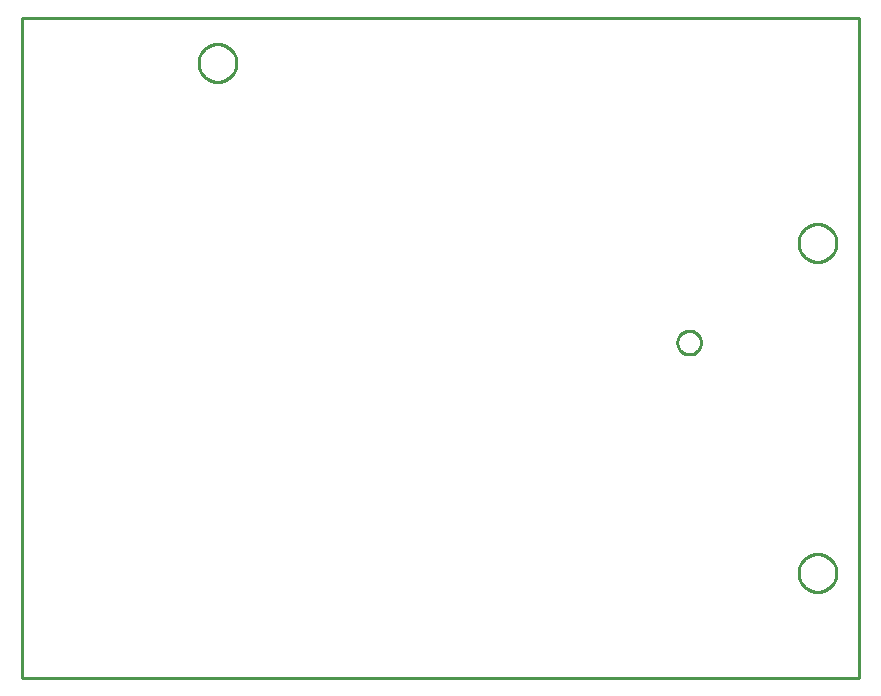
<source format=gbr>
G04 EAGLE Gerber RS-274X export*
G75*
%MOMM*%
%FSLAX34Y34*%
%LPD*%
%IN*%
%IPPOS*%
%AMOC8*
5,1,8,0,0,1.08239X$1,22.5*%
G01*
%ADD10C,0.254000*%


D10*
X127000Y88900D02*
X834900Y88900D01*
X834900Y647600D01*
X127000Y647600D01*
X127000Y88900D01*
X308100Y609076D02*
X308032Y608031D01*
X307895Y606992D01*
X307690Y605965D01*
X307419Y604953D01*
X307083Y603961D01*
X306682Y602993D01*
X306218Y602054D01*
X305695Y601146D01*
X305113Y600275D01*
X304475Y599444D01*
X303784Y598657D01*
X303043Y597916D01*
X302256Y597225D01*
X301425Y596588D01*
X300554Y596006D01*
X299646Y595482D01*
X298707Y595018D01*
X297739Y594617D01*
X296747Y594281D01*
X295735Y594010D01*
X294708Y593805D01*
X293669Y593669D01*
X292624Y593600D01*
X291576Y593600D01*
X290531Y593669D01*
X289492Y593805D01*
X288465Y594010D01*
X287453Y594281D01*
X286461Y594617D01*
X285493Y595018D01*
X284554Y595482D01*
X283646Y596006D01*
X282775Y596588D01*
X281944Y597225D01*
X281157Y597916D01*
X280416Y598657D01*
X279725Y599444D01*
X279088Y600275D01*
X278506Y601146D01*
X277982Y602054D01*
X277518Y602993D01*
X277117Y603961D01*
X276781Y604953D01*
X276510Y605965D01*
X276305Y606992D01*
X276169Y608031D01*
X276100Y609076D01*
X276100Y610124D01*
X276169Y611169D01*
X276305Y612208D01*
X276510Y613235D01*
X276781Y614247D01*
X277117Y615239D01*
X277518Y616207D01*
X277982Y617146D01*
X278506Y618054D01*
X279088Y618925D01*
X279725Y619756D01*
X280416Y620543D01*
X281157Y621284D01*
X281944Y621975D01*
X282775Y622613D01*
X283646Y623195D01*
X284554Y623718D01*
X285493Y624182D01*
X286461Y624583D01*
X287453Y624919D01*
X288465Y625190D01*
X289492Y625395D01*
X290531Y625532D01*
X291576Y625600D01*
X292624Y625600D01*
X293669Y625532D01*
X294708Y625395D01*
X295735Y625190D01*
X296747Y624919D01*
X297739Y624583D01*
X298707Y624182D01*
X299646Y623718D01*
X300554Y623195D01*
X301425Y622613D01*
X302256Y621975D01*
X303043Y621284D01*
X303784Y620543D01*
X304475Y619756D01*
X305113Y618925D01*
X305695Y618054D01*
X306218Y617146D01*
X306682Y616207D01*
X307083Y615239D01*
X307419Y614247D01*
X307690Y613235D01*
X307895Y612208D01*
X308032Y611169D01*
X308100Y610124D01*
X308100Y609076D01*
X816100Y456676D02*
X816032Y455631D01*
X815895Y454592D01*
X815690Y453565D01*
X815419Y452553D01*
X815083Y451561D01*
X814682Y450593D01*
X814218Y449654D01*
X813695Y448746D01*
X813113Y447875D01*
X812475Y447044D01*
X811784Y446257D01*
X811043Y445516D01*
X810256Y444825D01*
X809425Y444188D01*
X808554Y443606D01*
X807646Y443082D01*
X806707Y442618D01*
X805739Y442217D01*
X804747Y441881D01*
X803735Y441610D01*
X802708Y441405D01*
X801669Y441269D01*
X800624Y441200D01*
X799576Y441200D01*
X798531Y441269D01*
X797492Y441405D01*
X796465Y441610D01*
X795453Y441881D01*
X794461Y442217D01*
X793493Y442618D01*
X792554Y443082D01*
X791646Y443606D01*
X790775Y444188D01*
X789944Y444825D01*
X789157Y445516D01*
X788416Y446257D01*
X787725Y447044D01*
X787088Y447875D01*
X786506Y448746D01*
X785982Y449654D01*
X785518Y450593D01*
X785117Y451561D01*
X784781Y452553D01*
X784510Y453565D01*
X784305Y454592D01*
X784169Y455631D01*
X784100Y456676D01*
X784100Y457724D01*
X784169Y458769D01*
X784305Y459808D01*
X784510Y460835D01*
X784781Y461847D01*
X785117Y462839D01*
X785518Y463807D01*
X785982Y464746D01*
X786506Y465654D01*
X787088Y466525D01*
X787725Y467356D01*
X788416Y468143D01*
X789157Y468884D01*
X789944Y469575D01*
X790775Y470213D01*
X791646Y470795D01*
X792554Y471318D01*
X793493Y471782D01*
X794461Y472183D01*
X795453Y472519D01*
X796465Y472790D01*
X797492Y472995D01*
X798531Y473132D01*
X799576Y473200D01*
X800624Y473200D01*
X801669Y473132D01*
X802708Y472995D01*
X803735Y472790D01*
X804747Y472519D01*
X805739Y472183D01*
X806707Y471782D01*
X807646Y471318D01*
X808554Y470795D01*
X809425Y470213D01*
X810256Y469575D01*
X811043Y468884D01*
X811784Y468143D01*
X812475Y467356D01*
X813113Y466525D01*
X813695Y465654D01*
X814218Y464746D01*
X814682Y463807D01*
X815083Y462839D01*
X815419Y461847D01*
X815690Y460835D01*
X815895Y459808D01*
X816032Y458769D01*
X816100Y457724D01*
X816100Y456676D01*
X816100Y177276D02*
X816032Y176231D01*
X815895Y175192D01*
X815690Y174165D01*
X815419Y173153D01*
X815083Y172161D01*
X814682Y171193D01*
X814218Y170254D01*
X813695Y169346D01*
X813113Y168475D01*
X812475Y167644D01*
X811784Y166857D01*
X811043Y166116D01*
X810256Y165425D01*
X809425Y164788D01*
X808554Y164206D01*
X807646Y163682D01*
X806707Y163218D01*
X805739Y162817D01*
X804747Y162481D01*
X803735Y162210D01*
X802708Y162005D01*
X801669Y161869D01*
X800624Y161800D01*
X799576Y161800D01*
X798531Y161869D01*
X797492Y162005D01*
X796465Y162210D01*
X795453Y162481D01*
X794461Y162817D01*
X793493Y163218D01*
X792554Y163682D01*
X791646Y164206D01*
X790775Y164788D01*
X789944Y165425D01*
X789157Y166116D01*
X788416Y166857D01*
X787725Y167644D01*
X787088Y168475D01*
X786506Y169346D01*
X785982Y170254D01*
X785518Y171193D01*
X785117Y172161D01*
X784781Y173153D01*
X784510Y174165D01*
X784305Y175192D01*
X784169Y176231D01*
X784100Y177276D01*
X784100Y178324D01*
X784169Y179369D01*
X784305Y180408D01*
X784510Y181435D01*
X784781Y182447D01*
X785117Y183439D01*
X785518Y184407D01*
X785982Y185346D01*
X786506Y186254D01*
X787088Y187125D01*
X787725Y187956D01*
X788416Y188743D01*
X789157Y189484D01*
X789944Y190175D01*
X790775Y190813D01*
X791646Y191395D01*
X792554Y191918D01*
X793493Y192382D01*
X794461Y192783D01*
X795453Y193119D01*
X796465Y193390D01*
X797492Y193595D01*
X798531Y193732D01*
X799576Y193800D01*
X800624Y193800D01*
X801669Y193732D01*
X802708Y193595D01*
X803735Y193390D01*
X804747Y193119D01*
X805739Y192783D01*
X806707Y192382D01*
X807646Y191918D01*
X808554Y191395D01*
X809425Y190813D01*
X810256Y190175D01*
X811043Y189484D01*
X811784Y188743D01*
X812475Y187956D01*
X813113Y187125D01*
X813695Y186254D01*
X814218Y185346D01*
X814682Y184407D01*
X815083Y183439D01*
X815419Y182447D01*
X815690Y181435D01*
X815895Y180408D01*
X816032Y179369D01*
X816100Y178324D01*
X816100Y177276D01*
X701396Y372301D02*
X701320Y371432D01*
X701168Y370572D01*
X700942Y369728D01*
X700644Y368908D01*
X700275Y368116D01*
X699838Y367360D01*
X699337Y366645D01*
X698776Y365976D01*
X698158Y365358D01*
X697489Y364797D01*
X696774Y364296D01*
X696018Y363859D01*
X695226Y363490D01*
X694406Y363192D01*
X693562Y362966D01*
X692703Y362814D01*
X691833Y362738D01*
X690959Y362738D01*
X690090Y362814D01*
X689230Y362966D01*
X688386Y363192D01*
X687566Y363490D01*
X686774Y363859D01*
X686018Y364296D01*
X685303Y364797D01*
X684634Y365358D01*
X684016Y365976D01*
X683455Y366645D01*
X682954Y367360D01*
X682517Y368116D01*
X682148Y368908D01*
X681850Y369728D01*
X681624Y370572D01*
X681472Y371432D01*
X681396Y372301D01*
X681396Y373175D01*
X681472Y374045D01*
X681624Y374904D01*
X681850Y375748D01*
X682148Y376568D01*
X682517Y377360D01*
X682954Y378116D01*
X683455Y378831D01*
X684016Y379500D01*
X684634Y380118D01*
X685303Y380679D01*
X686018Y381180D01*
X686774Y381617D01*
X687566Y381986D01*
X688386Y382284D01*
X689230Y382510D01*
X690090Y382662D01*
X690959Y382738D01*
X691833Y382738D01*
X692703Y382662D01*
X693562Y382510D01*
X694406Y382284D01*
X695226Y381986D01*
X696018Y381617D01*
X696774Y381180D01*
X697489Y380679D01*
X698158Y380118D01*
X698776Y379500D01*
X699337Y378831D01*
X699838Y378116D01*
X700275Y377360D01*
X700644Y376568D01*
X700942Y375748D01*
X701168Y374904D01*
X701320Y374045D01*
X701396Y373175D01*
X701396Y372301D01*
M02*

</source>
